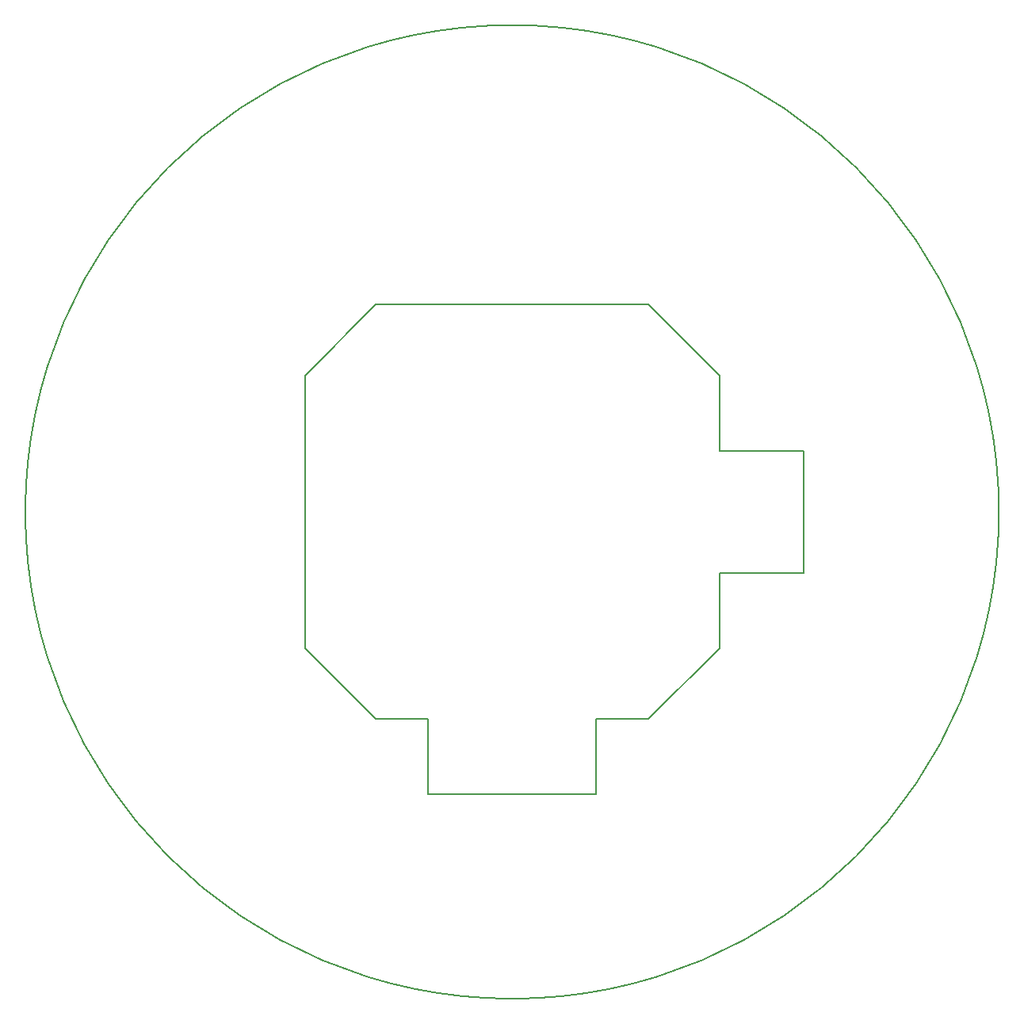
<source format=gbr>
%TF.GenerationSoftware,KiCad,Pcbnew,8.0.1*%
%TF.CreationDate,2024-04-24T20:44:49+02:00*%
%TF.ProjectId,Connectors_card,436f6e6e-6563-4746-9f72-735f63617264,rev?*%
%TF.SameCoordinates,Original*%
%TF.FileFunction,Profile,NP*%
%FSLAX46Y46*%
G04 Gerber Fmt 4.6, Leading zero omitted, Abs format (unit mm)*
G04 Created by KiCad (PCBNEW 8.0.1) date 2024-04-24 20:44:49*
%MOMM*%
%LPD*%
G01*
G04 APERTURE LIST*
%TA.AperFunction,Profile*%
%ADD10C,0.200000*%
%TD*%
G04 APERTURE END LIST*
D10*
X164171414Y-118045014D02*
X171757200Y-110459227D01*
X164171414Y-73745014D02*
X135042987Y-73745014D01*
X158607200Y-126045014D02*
X149607200Y-126045014D01*
X171757200Y-81330800D02*
X164171414Y-73745014D01*
X135042987Y-73745014D02*
X127457200Y-81330800D01*
X180757200Y-102395014D02*
X180757200Y-89395014D01*
X135042987Y-118045014D02*
X140607200Y-118045014D01*
X140607200Y-118045014D02*
X140607200Y-126045014D01*
X158607200Y-118045014D02*
X164171414Y-118045014D01*
X171757200Y-102395014D02*
X180757200Y-102395014D01*
X171757200Y-89395014D02*
X171757200Y-81330800D01*
X140607200Y-126045014D02*
X149607200Y-126045014D01*
X180757200Y-89395014D02*
X171757200Y-89395014D01*
X171757200Y-110459227D02*
X171757200Y-102395014D01*
X201607200Y-95895014D02*
G75*
G02*
X97607200Y-95895014I-52000000J0D01*
G01*
X97607200Y-95895014D02*
G75*
G02*
X201607200Y-95895014I52000000J0D01*
G01*
X127457200Y-81330800D02*
X127457200Y-110459227D01*
X127457200Y-110459227D02*
X135042987Y-118045014D01*
X158607200Y-118045014D02*
X158607200Y-126045014D01*
M02*

</source>
